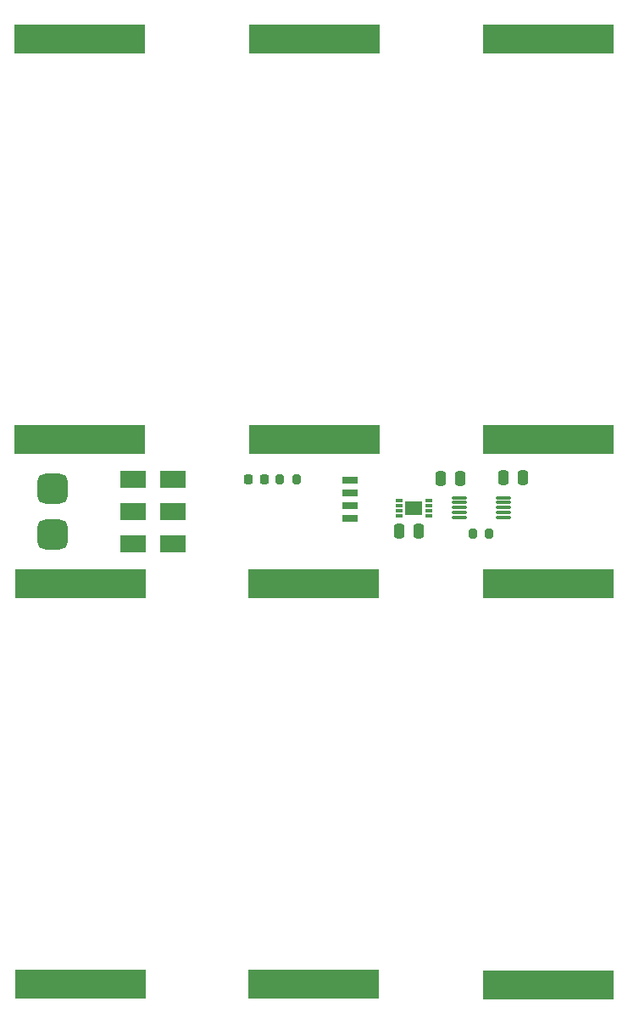
<source format=gbr>
%TF.GenerationSoftware,KiCad,Pcbnew,(6.0.7)*%
%TF.CreationDate,2023-05-18T12:23:57-07:00*%
%TF.ProjectId,solar-panel-NoCutout,736f6c61-722d-4706-916e-656c2d4e6f43,3.0*%
%TF.SameCoordinates,Original*%
%TF.FileFunction,Paste,Top*%
%TF.FilePolarity,Positive*%
%FSLAX46Y46*%
G04 Gerber Fmt 4.6, Leading zero omitted, Abs format (unit mm)*
G04 Created by KiCad (PCBNEW (6.0.7)) date 2023-05-18 12:23:57*
%MOMM*%
%LPD*%
G01*
G04 APERTURE LIST*
G04 Aperture macros list*
%AMRoundRect*
0 Rectangle with rounded corners*
0 $1 Rounding radius*
0 $2 $3 $4 $5 $6 $7 $8 $9 X,Y pos of 4 corners*
0 Add a 4 corners polygon primitive as box body*
4,1,4,$2,$3,$4,$5,$6,$7,$8,$9,$2,$3,0*
0 Add four circle primitives for the rounded corners*
1,1,$1+$1,$2,$3*
1,1,$1+$1,$4,$5*
1,1,$1+$1,$6,$7*
1,1,$1+$1,$8,$9*
0 Add four rect primitives between the rounded corners*
20,1,$1+$1,$2,$3,$4,$5,0*
20,1,$1+$1,$4,$5,$6,$7,0*
20,1,$1+$1,$6,$7,$8,$9,0*
20,1,$1+$1,$8,$9,$2,$3,0*%
G04 Aperture macros list end*
%ADD10R,0.750000X0.300000*%
%ADD11R,1.750000X1.450000*%
%ADD12R,13.000000X3.000000*%
%ADD13RoundRect,0.750000X0.750000X-0.750000X0.750000X0.750000X-0.750000X0.750000X-0.750000X-0.750000X0*%
%ADD14R,2.500000X1.700000*%
%ADD15RoundRect,0.250000X-0.250000X-0.475000X0.250000X-0.475000X0.250000X0.475000X-0.250000X0.475000X0*%
%ADD16RoundRect,0.250000X0.250000X0.475000X-0.250000X0.475000X-0.250000X-0.475000X0.250000X-0.475000X0*%
%ADD17R,1.600000X0.700000*%
%ADD18RoundRect,0.200000X0.200000X0.275000X-0.200000X0.275000X-0.200000X-0.275000X0.200000X-0.275000X0*%
%ADD19RoundRect,0.218750X-0.218750X-0.256250X0.218750X-0.256250X0.218750X0.256250X-0.218750X0.256250X0*%
%ADD20RoundRect,0.075000X-0.650000X-0.075000X0.650000X-0.075000X0.650000X0.075000X-0.650000X0.075000X0*%
G04 APERTURE END LIST*
D10*
%TO.C,U2*%
X155900000Y-115170000D03*
X155900000Y-114670000D03*
X155900000Y-114170000D03*
X155900000Y-113670000D03*
X153000000Y-113670000D03*
X153000000Y-114170000D03*
X153000000Y-114670000D03*
X153000000Y-115170000D03*
D11*
X154450000Y-114420000D03*
%TD*%
D12*
%TO.C,SC5*%
X167860000Y-67570000D03*
X167860000Y-107570000D03*
%TD*%
D13*
%TO.C,TP1*%
X118370000Y-112450000D03*
%TD*%
D14*
%TO.C,D3*%
X126400000Y-118000000D03*
X130400000Y-118000000D03*
%TD*%
D13*
%TO.C,TP2*%
X118360000Y-117050000D03*
%TD*%
D14*
%TO.C,D1*%
X126360000Y-111540000D03*
X130360000Y-111540000D03*
%TD*%
D12*
%TO.C,SC3*%
X144490000Y-67570000D03*
X144490000Y-107570000D03*
%TD*%
%TO.C,SC4*%
X144450000Y-121940000D03*
X144450000Y-161940000D03*
%TD*%
%TO.C,SC2*%
X121120000Y-121920000D03*
X121120000Y-161920000D03*
%TD*%
D14*
%TO.C,D2*%
X126360000Y-114750000D03*
X130360000Y-114750000D03*
%TD*%
D12*
%TO.C,SC6*%
X167850000Y-121950000D03*
X167850000Y-161950000D03*
%TD*%
D15*
%TO.C,C2*%
X153010000Y-116690000D03*
X154910000Y-116690000D03*
%TD*%
D16*
%TO.C,C5*%
X159050000Y-111450000D03*
X157150000Y-111450000D03*
%TD*%
D17*
%TO.C,U1*%
X148075000Y-115430000D03*
X148075000Y-114160000D03*
X148075000Y-112890000D03*
X148075000Y-111620000D03*
%TD*%
D18*
%TO.C,R3*%
X161990000Y-116970000D03*
X160340000Y-116970000D03*
%TD*%
D15*
%TO.C,C3*%
X163410000Y-111380000D03*
X165310000Y-111380000D03*
%TD*%
D19*
%TO.C,D4*%
X137912500Y-111525000D03*
X139487500Y-111525000D03*
%TD*%
D12*
%TO.C,SC1*%
X121090000Y-67570000D03*
X121090000Y-107570000D03*
%TD*%
D18*
%TO.C,R1*%
X142725000Y-111550000D03*
X141075000Y-111550000D03*
%TD*%
D20*
%TO.C,U3*%
X158980000Y-113350000D03*
X158980000Y-113850000D03*
X158980000Y-114350000D03*
X158980000Y-114850000D03*
X158980000Y-115350000D03*
X163380000Y-115350000D03*
X163380000Y-114850000D03*
X163380000Y-114350000D03*
X163380000Y-113850000D03*
X163380000Y-113350000D03*
%TD*%
M02*

</source>
